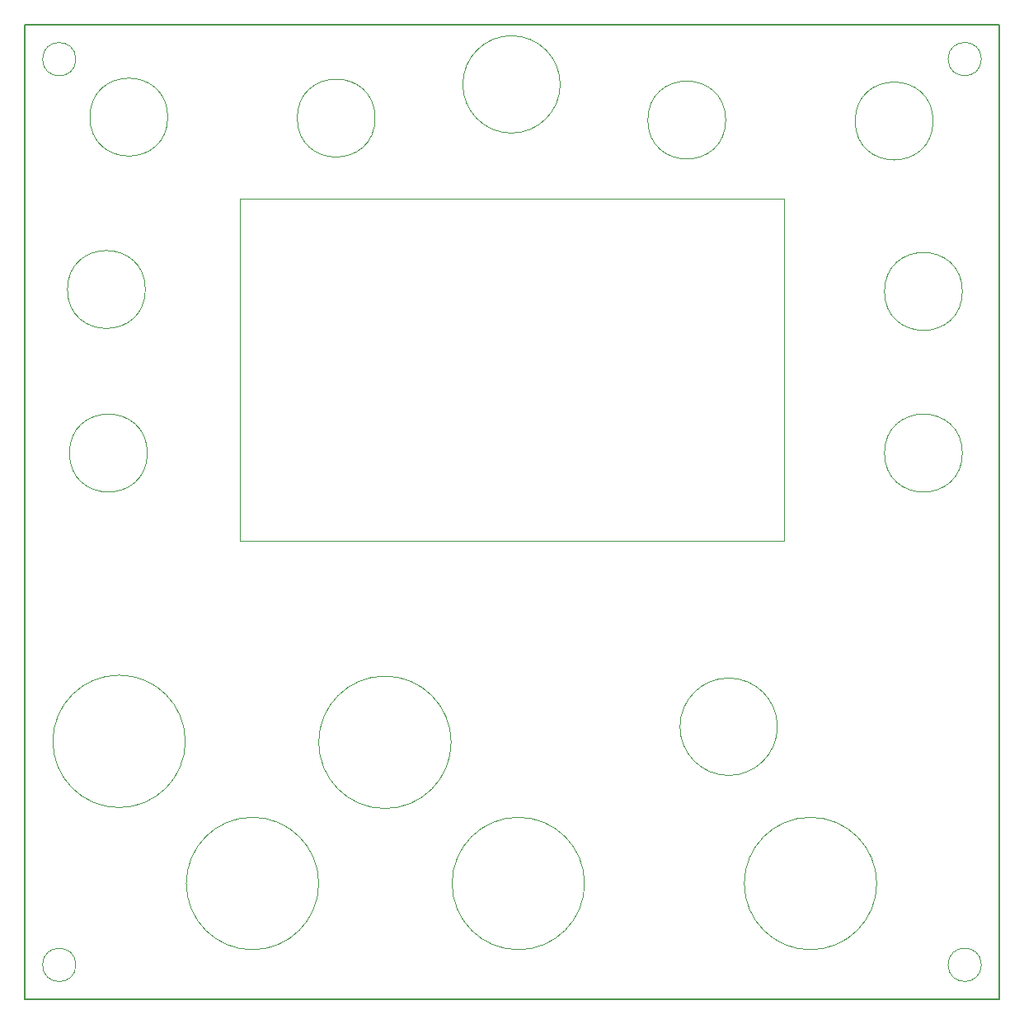
<source format=gbr>
%TF.GenerationSoftware,KiCad,Pcbnew,6.0.7*%
%TF.CreationDate,2022-12-24T13:09:46+13:00*%
%TF.ProjectId,default_panel,64656661-756c-4745-9f70-616e656c2e6b,rev?*%
%TF.SameCoordinates,Original*%
%TF.FileFunction,Profile,NP*%
%FSLAX46Y46*%
G04 Gerber Fmt 4.6, Leading zero omitted, Abs format (unit mm)*
G04 Created by KiCad (PCBNEW 6.0.7) date 2022-12-24 13:09:46*
%MOMM*%
%LPD*%
G01*
G04 APERTURE LIST*
%TA.AperFunction,Profile*%
%ADD10C,0.100000*%
%TD*%
%TA.AperFunction,Profile*%
%ADD11C,0.150000*%
%TD*%
G04 APERTURE END LIST*
D10*
X111800000Y-132900000D02*
G75*
G03*
X111800000Y-132900000I-6800000J0D01*
G01*
X136596765Y-50838475D02*
G75*
G03*
X136596765Y-50838475I-5000000J0D01*
G01*
X98100000Y-118300000D02*
G75*
G03*
X98100000Y-118300000I-6800000J0D01*
G01*
X125400000Y-118400000D02*
G75*
G03*
X125400000Y-118400000I-6800000J0D01*
G01*
D11*
X181650000Y-144750000D02*
X81650000Y-144750000D01*
D10*
X173200001Y-68200000D02*
G75*
G03*
X173200001Y-68200000I-1J0D01*
G01*
X169100000Y-132900000D02*
G75*
G03*
X169100000Y-132900000I-6800000J0D01*
G01*
X96000001Y-55500000D02*
G75*
G03*
X96000001Y-55500000I-1J0D01*
G01*
X179850000Y-48238276D02*
G75*
G03*
X179850000Y-48238276I-1711724J0D01*
G01*
X94200000Y-88700000D02*
G75*
G03*
X94200000Y-88700000I-4000000J0D01*
G01*
X96300000Y-54200000D02*
G75*
G03*
X96300000Y-54200000I-4000000J0D01*
G01*
X174889752Y-54600000D02*
G75*
G03*
X174889752Y-54600000I-4000000J0D01*
G01*
X94000000Y-71900000D02*
G75*
G03*
X94000000Y-71900000I-4000000J0D01*
G01*
X117594876Y-54300000D02*
G75*
G03*
X117594876Y-54300000I-4000000J0D01*
G01*
X86861724Y-141261724D02*
G75*
G03*
X86861724Y-141261724I-1711724J0D01*
G01*
X153594876Y-54500000D02*
G75*
G03*
X153594876Y-54500000I-4000000J0D01*
G01*
D11*
X81650000Y-44750000D02*
X181650000Y-44750000D01*
D10*
X103700000Y-62600000D02*
X159600000Y-62600000D01*
X159600000Y-62600000D02*
X159600000Y-97700000D01*
X159600000Y-97700000D02*
X103700000Y-97700000D01*
X103700000Y-97700000D02*
X103700000Y-62600000D01*
X158900000Y-116800000D02*
G75*
G03*
X158900000Y-116800000I-5000000J0D01*
G01*
X177900000Y-88700000D02*
G75*
G03*
X177900000Y-88700000I-4000000J0D01*
G01*
X139100000Y-132900000D02*
G75*
G03*
X139100000Y-132900000I-6800000J0D01*
G01*
X177900000Y-72100000D02*
G75*
G03*
X177900000Y-72100000I-4000000J0D01*
G01*
X86861724Y-48250000D02*
G75*
G03*
X86861724Y-48250000I-1711724J0D01*
G01*
D11*
X181650000Y-44750000D02*
X181650000Y-144750000D01*
D10*
X179850000Y-141250000D02*
G75*
G03*
X179850000Y-141250000I-1711724J0D01*
G01*
D11*
X81650000Y-144750000D02*
X81650000Y-44750000D01*
M02*

</source>
